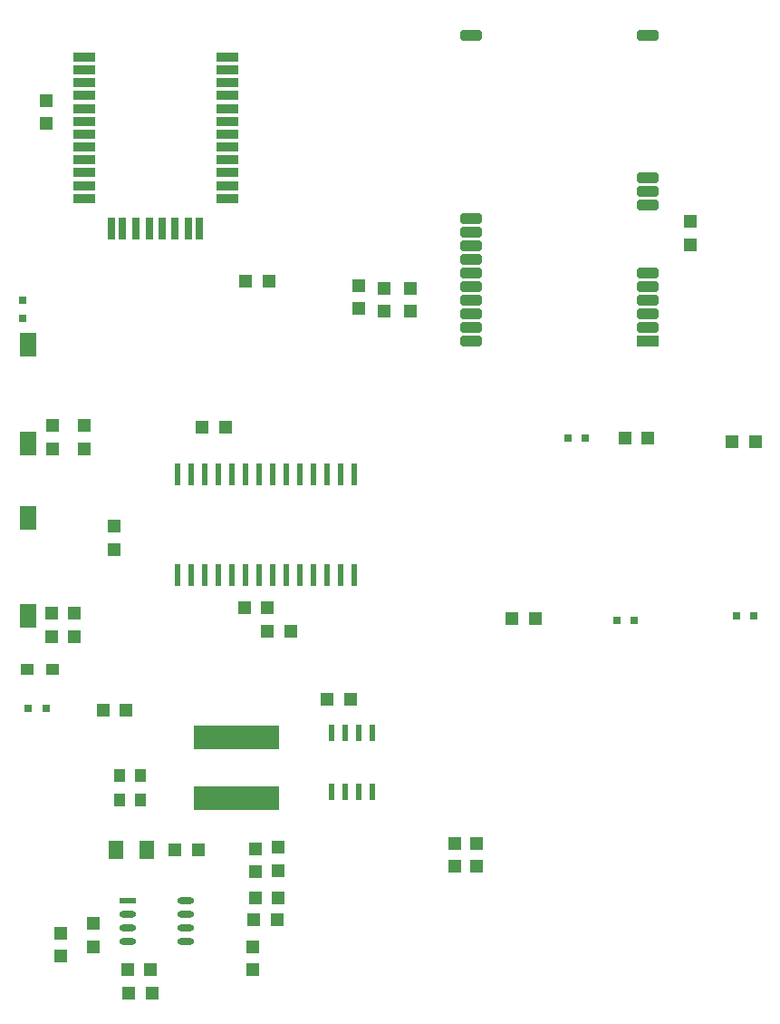
<source format=gtp>
%FSLAX25Y25*%
%MOIN*%
G70*
G01*
G75*
G04 Layer_Color=8421504*
%ADD10R,0.04921X0.04921*%
%ADD11R,0.03150X0.03150*%
%ADD12R,0.31496X0.08661*%
%ADD13R,0.06299X0.08583*%
%ADD14R,0.02362X0.07874*%
%ADD15R,0.04921X0.04921*%
%ADD16R,0.02362X0.05906*%
%ADD17R,0.04921X0.04331*%
%ADD18R,0.03150X0.03150*%
%ADD19R,0.07874X0.03937*%
G04:AMPARAMS|DCode=20|XSize=78.74mil|YSize=39.37mil|CornerRadius=9.84mil|HoleSize=0mil|Usage=FLASHONLY|Rotation=0.000|XOffset=0mil|YOffset=0mil|HoleType=Round|Shape=RoundedRectangle|*
%AMROUNDEDRECTD20*
21,1,0.07874,0.01969,0,0,0.0*
21,1,0.05906,0.03937,0,0,0.0*
1,1,0.01969,0.02953,-0.00984*
1,1,0.01969,-0.02953,-0.00984*
1,1,0.01969,-0.02953,0.00984*
1,1,0.01969,0.02953,0.00984*
%
%ADD20ROUNDEDRECTD20*%
%ADD21R,0.07874X0.03543*%
%ADD22R,0.02756X0.07874*%
%ADD23R,0.03150X0.07874*%
%ADD24R,0.05276X0.07087*%
%ADD25R,0.03937X0.04921*%
%ADD26R,0.06102X0.02362*%
%ADD27O,0.06102X0.02362*%
%ADD28C,0.03937*%
%ADD29C,0.01575*%
%ADD30C,0.01000*%
%ADD31C,0.05906*%
%ADD32C,0.02362*%
%ADD33C,0.03150*%
%ADD34C,0.02756*%
%ADD35C,0.06000*%
%ADD36R,0.06000X0.06000*%
%ADD37R,0.07284X0.07284*%
%ADD38C,0.07284*%
%ADD39R,0.07284X0.07284*%
%ADD40C,0.07874*%
%ADD41C,0.06693*%
%ADD42R,0.06693X0.06693*%
%ADD43R,0.07874X0.07874*%
%ADD44C,0.05906*%
%ADD45R,0.05906X0.05906*%
%ADD46C,0.04724*%
%ADD47C,0.02756*%
%ADD48C,0.03937*%
%ADD49C,0.04331*%
%ADD50C,0.00984*%
%ADD51C,0.00787*%
%ADD52C,0.01008*%
%ADD53C,0.00591*%
D10*
X268929Y210106D02*
D03*
X277394D02*
D03*
X237858Y211606D02*
D03*
X229394D02*
D03*
X187929Y145106D02*
D03*
X196394D02*
D03*
X98358Y269106D02*
D03*
X89894D02*
D03*
X37429Y111606D02*
D03*
X45894D02*
D03*
X72358Y60106D02*
D03*
X63894D02*
D03*
X128358Y115606D02*
D03*
X119894D02*
D03*
X73929Y215606D02*
D03*
X82394D02*
D03*
X106358Y140606D02*
D03*
X97894D02*
D03*
X89429Y149106D02*
D03*
X97894D02*
D03*
X101894Y42606D02*
D03*
X93429D02*
D03*
X92965Y34606D02*
D03*
X101429D02*
D03*
X46429Y16106D02*
D03*
X54894D02*
D03*
X55358Y7606D02*
D03*
X46894D02*
D03*
D11*
X270394Y146106D02*
D03*
X276890D02*
D03*
X208394Y211606D02*
D03*
X214890D02*
D03*
X232894Y144606D02*
D03*
X226398D02*
D03*
X16394Y112106D02*
D03*
X9898D02*
D03*
D12*
X86394Y101547D02*
D03*
Y79106D02*
D03*
D13*
X9894Y146106D02*
D03*
Y182327D02*
D03*
Y209606D02*
D03*
Y245827D02*
D03*
D14*
X129713Y161248D02*
D03*
X124713D02*
D03*
X119713D02*
D03*
X114713D02*
D03*
X109713D02*
D03*
X104713D02*
D03*
X99713D02*
D03*
X94713D02*
D03*
X89713D02*
D03*
X84713D02*
D03*
X79713D02*
D03*
X74713D02*
D03*
X69713D02*
D03*
X64713D02*
D03*
Y198256D02*
D03*
X69713D02*
D03*
X74713D02*
D03*
X79713D02*
D03*
X84713D02*
D03*
X89713D02*
D03*
X94713D02*
D03*
X99713D02*
D03*
X104713D02*
D03*
X109713D02*
D03*
X114713D02*
D03*
X119713D02*
D03*
X124713D02*
D03*
X129713D02*
D03*
D15*
X41394Y170642D02*
D03*
Y179106D02*
D03*
X140894Y258142D02*
D03*
Y266606D02*
D03*
X150394Y258142D02*
D03*
Y266606D02*
D03*
X131394Y267571D02*
D03*
Y259106D02*
D03*
X26894Y147071D02*
D03*
Y138606D02*
D03*
X18394Y147071D02*
D03*
Y138606D02*
D03*
X30394Y207642D02*
D03*
Y216106D02*
D03*
X18894Y207642D02*
D03*
Y216106D02*
D03*
X174894Y62571D02*
D03*
Y54106D02*
D03*
X166894Y62571D02*
D03*
Y54106D02*
D03*
X16535Y335630D02*
D03*
Y327165D02*
D03*
X21894Y21142D02*
D03*
Y29606D02*
D03*
X93429Y52142D02*
D03*
Y60606D02*
D03*
X101929Y52642D02*
D03*
Y61106D02*
D03*
X92394Y16142D02*
D03*
Y24606D02*
D03*
X33894Y24642D02*
D03*
Y33106D02*
D03*
X253394Y282642D02*
D03*
Y291106D02*
D03*
D16*
X136394Y103106D02*
D03*
X131394D02*
D03*
X126394D02*
D03*
X121394D02*
D03*
X136394Y81650D02*
D03*
X131394D02*
D03*
X126394D02*
D03*
X121394D02*
D03*
D17*
X9642Y126606D02*
D03*
X18894D02*
D03*
D18*
X7894Y262106D02*
D03*
Y255610D02*
D03*
D19*
X237827Y247106D02*
D03*
D20*
X172827Y292106D02*
D03*
Y282106D02*
D03*
Y267106D02*
D03*
Y252106D02*
D03*
Y287106D02*
D03*
Y277106D02*
D03*
Y272106D02*
D03*
Y262106D02*
D03*
Y257106D02*
D03*
Y247106D02*
D03*
X237827Y267106D02*
D03*
Y272106D02*
D03*
Y262106D02*
D03*
Y257106D02*
D03*
Y252106D02*
D03*
Y307106D02*
D03*
Y302106D02*
D03*
Y297106D02*
D03*
Y359606D02*
D03*
X172827D02*
D03*
D21*
X30315Y299606D02*
D03*
Y351575D02*
D03*
Y346850D02*
D03*
Y342126D02*
D03*
Y337402D02*
D03*
Y332677D02*
D03*
Y327953D02*
D03*
Y323228D02*
D03*
Y318504D02*
D03*
Y313779D02*
D03*
Y309055D02*
D03*
Y304331D02*
D03*
X83071D02*
D03*
Y309055D02*
D03*
Y313779D02*
D03*
Y318504D02*
D03*
Y323228D02*
D03*
Y327953D02*
D03*
Y332677D02*
D03*
Y337402D02*
D03*
Y342126D02*
D03*
Y346850D02*
D03*
Y351575D02*
D03*
Y299606D02*
D03*
D22*
X72835Y288583D02*
D03*
X40551D02*
D03*
X44488D02*
D03*
X68898D02*
D03*
D23*
X49606D02*
D03*
X54331D02*
D03*
X59055D02*
D03*
X63779D02*
D03*
D24*
X53394Y60106D02*
D03*
X42134D02*
D03*
D25*
X51268Y78606D02*
D03*
X43394D02*
D03*
X51268Y87606D02*
D03*
X43394D02*
D03*
D26*
X46394Y41606D02*
D03*
D27*
Y36606D02*
D03*
Y31606D02*
D03*
Y26606D02*
D03*
X67654Y41606D02*
D03*
Y36606D02*
D03*
Y31606D02*
D03*
Y26606D02*
D03*
M02*

</source>
